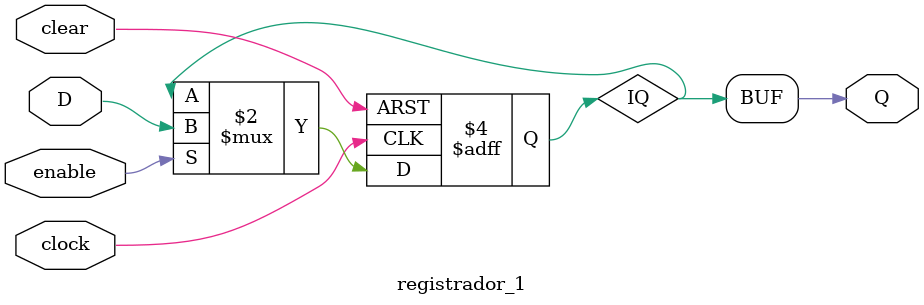
<source format=v>
module registrador_1 (
    input        clock,
    input        clear,
    input        enable,
    input        D,
    output       Q
);

    reg IQ;

    always @(posedge clock or posedge clear) begin
        if (clear)
            IQ <= 1'b0;
        else if (enable)
            IQ <= D;
    end

    assign Q = IQ;

endmodule

</source>
